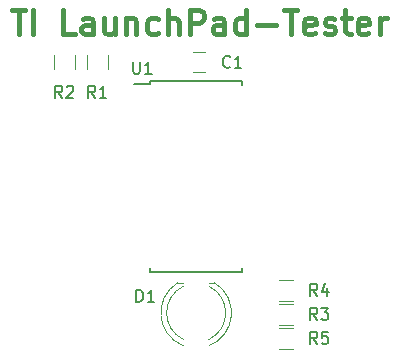
<source format=gbr>
G04 #@! TF.FileFunction,Legend,Top*
%FSLAX46Y46*%
G04 Gerber Fmt 4.6, Leading zero omitted, Abs format (unit mm)*
G04 Created by KiCad (PCBNEW 4.0.7-e2-6376~58~ubuntu16.04.1) date Fri Sep  8 10:58:52 2017*
%MOMM*%
%LPD*%
G01*
G04 APERTURE LIST*
%ADD10C,0.100000*%
%ADD11C,0.381000*%
%ADD12C,0.150000*%
%ADD13C,0.120000*%
G04 APERTURE END LIST*
D10*
D11*
X134245050Y-88803238D02*
X135406193Y-88803238D01*
X134825621Y-90835238D02*
X134825621Y-88803238D01*
X136083526Y-90835238D02*
X136083526Y-88803238D01*
X139566954Y-90835238D02*
X138599335Y-90835238D01*
X138599335Y-88803238D01*
X141115144Y-90835238D02*
X141115144Y-89770857D01*
X141018382Y-89577333D01*
X140824858Y-89480571D01*
X140437810Y-89480571D01*
X140244287Y-89577333D01*
X141115144Y-90738476D02*
X140921620Y-90835238D01*
X140437810Y-90835238D01*
X140244287Y-90738476D01*
X140147525Y-90544952D01*
X140147525Y-90351429D01*
X140244287Y-90157905D01*
X140437810Y-90061143D01*
X140921620Y-90061143D01*
X141115144Y-89964381D01*
X142953620Y-89480571D02*
X142953620Y-90835238D01*
X142082763Y-89480571D02*
X142082763Y-90544952D01*
X142179524Y-90738476D01*
X142373048Y-90835238D01*
X142663334Y-90835238D01*
X142856858Y-90738476D01*
X142953620Y-90641714D01*
X143921239Y-89480571D02*
X143921239Y-90835238D01*
X143921239Y-89674095D02*
X144018000Y-89577333D01*
X144211524Y-89480571D01*
X144501810Y-89480571D01*
X144695334Y-89577333D01*
X144792096Y-89770857D01*
X144792096Y-90835238D01*
X146630572Y-90738476D02*
X146437048Y-90835238D01*
X146050000Y-90835238D01*
X145856476Y-90738476D01*
X145759715Y-90641714D01*
X145662953Y-90448190D01*
X145662953Y-89867619D01*
X145759715Y-89674095D01*
X145856476Y-89577333D01*
X146050000Y-89480571D01*
X146437048Y-89480571D01*
X146630572Y-89577333D01*
X147501429Y-90835238D02*
X147501429Y-88803238D01*
X148372286Y-90835238D02*
X148372286Y-89770857D01*
X148275524Y-89577333D01*
X148082000Y-89480571D01*
X147791714Y-89480571D01*
X147598190Y-89577333D01*
X147501429Y-89674095D01*
X149339905Y-90835238D02*
X149339905Y-88803238D01*
X150114000Y-88803238D01*
X150307524Y-88900000D01*
X150404285Y-88996762D01*
X150501047Y-89190286D01*
X150501047Y-89480571D01*
X150404285Y-89674095D01*
X150307524Y-89770857D01*
X150114000Y-89867619D01*
X149339905Y-89867619D01*
X152242762Y-90835238D02*
X152242762Y-89770857D01*
X152146000Y-89577333D01*
X151952476Y-89480571D01*
X151565428Y-89480571D01*
X151371905Y-89577333D01*
X152242762Y-90738476D02*
X152049238Y-90835238D01*
X151565428Y-90835238D01*
X151371905Y-90738476D01*
X151275143Y-90544952D01*
X151275143Y-90351429D01*
X151371905Y-90157905D01*
X151565428Y-90061143D01*
X152049238Y-90061143D01*
X152242762Y-89964381D01*
X154081238Y-90835238D02*
X154081238Y-88803238D01*
X154081238Y-90738476D02*
X153887714Y-90835238D01*
X153500666Y-90835238D01*
X153307142Y-90738476D01*
X153210381Y-90641714D01*
X153113619Y-90448190D01*
X153113619Y-89867619D01*
X153210381Y-89674095D01*
X153307142Y-89577333D01*
X153500666Y-89480571D01*
X153887714Y-89480571D01*
X154081238Y-89577333D01*
X155048857Y-90061143D02*
X156597047Y-90061143D01*
X157274381Y-88803238D02*
X158435524Y-88803238D01*
X157854952Y-90835238D02*
X157854952Y-88803238D01*
X159886952Y-90738476D02*
X159693428Y-90835238D01*
X159306380Y-90835238D01*
X159112857Y-90738476D01*
X159016095Y-90544952D01*
X159016095Y-89770857D01*
X159112857Y-89577333D01*
X159306380Y-89480571D01*
X159693428Y-89480571D01*
X159886952Y-89577333D01*
X159983714Y-89770857D01*
X159983714Y-89964381D01*
X159016095Y-90157905D01*
X160757809Y-90738476D02*
X160951332Y-90835238D01*
X161338380Y-90835238D01*
X161531904Y-90738476D01*
X161628666Y-90544952D01*
X161628666Y-90448190D01*
X161531904Y-90254667D01*
X161338380Y-90157905D01*
X161048094Y-90157905D01*
X160854571Y-90061143D01*
X160757809Y-89867619D01*
X160757809Y-89770857D01*
X160854571Y-89577333D01*
X161048094Y-89480571D01*
X161338380Y-89480571D01*
X161531904Y-89577333D01*
X162209237Y-89480571D02*
X162983332Y-89480571D01*
X162499523Y-88803238D02*
X162499523Y-90544952D01*
X162596284Y-90738476D01*
X162789808Y-90835238D01*
X162983332Y-90835238D01*
X164434761Y-90738476D02*
X164241237Y-90835238D01*
X163854189Y-90835238D01*
X163660666Y-90738476D01*
X163563904Y-90544952D01*
X163563904Y-89770857D01*
X163660666Y-89577333D01*
X163854189Y-89480571D01*
X164241237Y-89480571D01*
X164434761Y-89577333D01*
X164531523Y-89770857D01*
X164531523Y-89964381D01*
X163563904Y-90157905D01*
X165402380Y-90835238D02*
X165402380Y-89480571D01*
X165402380Y-89867619D02*
X165499141Y-89674095D01*
X165595903Y-89577333D01*
X165789427Y-89480571D01*
X165982951Y-89480571D01*
D12*
X145985000Y-94795000D02*
X145985000Y-95045000D01*
X153735000Y-94795000D02*
X153735000Y-95142500D01*
X153735000Y-110945000D02*
X153735000Y-110597500D01*
X145985000Y-110945000D02*
X145985000Y-110597500D01*
X145985000Y-94795000D02*
X153735000Y-94795000D01*
X145985000Y-110945000D02*
X153735000Y-110945000D01*
X145985000Y-95045000D02*
X144560000Y-95045000D01*
D13*
X149614000Y-94068000D02*
X150614000Y-94068000D01*
X150614000Y-92368000D02*
X149614000Y-92368000D01*
X150940827Y-117214815D02*
G75*
G03X151404830Y-111867000I-1080827J2787815D01*
G01*
X148779173Y-117214815D02*
G75*
G02X148315170Y-111867000I1080827J2787815D01*
G01*
X150940429Y-116681479D02*
G75*
G03X150940000Y-112172316I-1080429J2254479D01*
G01*
X148779571Y-116681479D02*
G75*
G02X148780000Y-112172316I1080429J2254479D01*
G01*
X151405000Y-111867000D02*
X150940000Y-111867000D01*
X148780000Y-111867000D02*
X148315000Y-111867000D01*
X140598000Y-93818000D02*
X140598000Y-92618000D01*
X142358000Y-92618000D02*
X142358000Y-93818000D01*
X137804000Y-93818000D02*
X137804000Y-92618000D01*
X139564000Y-92618000D02*
X139564000Y-93818000D01*
X158080000Y-115434000D02*
X156880000Y-115434000D01*
X156880000Y-113674000D02*
X158080000Y-113674000D01*
X158080000Y-113402000D02*
X156880000Y-113402000D01*
X156880000Y-111642000D02*
X158080000Y-111642000D01*
X158080000Y-117466000D02*
X156880000Y-117466000D01*
X156880000Y-115706000D02*
X158080000Y-115706000D01*
D12*
X144526095Y-93178381D02*
X144526095Y-93987905D01*
X144573714Y-94083143D01*
X144621333Y-94130762D01*
X144716571Y-94178381D01*
X144907048Y-94178381D01*
X145002286Y-94130762D01*
X145049905Y-94083143D01*
X145097524Y-93987905D01*
X145097524Y-93178381D01*
X146097524Y-94178381D02*
X145526095Y-94178381D01*
X145811809Y-94178381D02*
X145811809Y-93178381D01*
X145716571Y-93321238D01*
X145621333Y-93416476D01*
X145526095Y-93464095D01*
X152741334Y-93575143D02*
X152693715Y-93622762D01*
X152550858Y-93670381D01*
X152455620Y-93670381D01*
X152312762Y-93622762D01*
X152217524Y-93527524D01*
X152169905Y-93432286D01*
X152122286Y-93241810D01*
X152122286Y-93098952D01*
X152169905Y-92908476D01*
X152217524Y-92813238D01*
X152312762Y-92718000D01*
X152455620Y-92670381D01*
X152550858Y-92670381D01*
X152693715Y-92718000D01*
X152741334Y-92765619D01*
X153693715Y-93670381D02*
X153122286Y-93670381D01*
X153408000Y-93670381D02*
X153408000Y-92670381D01*
X153312762Y-92813238D01*
X153217524Y-92908476D01*
X153122286Y-92956095D01*
X144803905Y-113482381D02*
X144803905Y-112482381D01*
X145042000Y-112482381D01*
X145184858Y-112530000D01*
X145280096Y-112625238D01*
X145327715Y-112720476D01*
X145375334Y-112910952D01*
X145375334Y-113053810D01*
X145327715Y-113244286D01*
X145280096Y-113339524D01*
X145184858Y-113434762D01*
X145042000Y-113482381D01*
X144803905Y-113482381D01*
X146327715Y-113482381D02*
X145756286Y-113482381D01*
X146042000Y-113482381D02*
X146042000Y-112482381D01*
X145946762Y-112625238D01*
X145851524Y-112720476D01*
X145756286Y-112768095D01*
X141311334Y-96210381D02*
X140978000Y-95734190D01*
X140739905Y-96210381D02*
X140739905Y-95210381D01*
X141120858Y-95210381D01*
X141216096Y-95258000D01*
X141263715Y-95305619D01*
X141311334Y-95400857D01*
X141311334Y-95543714D01*
X141263715Y-95638952D01*
X141216096Y-95686571D01*
X141120858Y-95734190D01*
X140739905Y-95734190D01*
X142263715Y-96210381D02*
X141692286Y-96210381D01*
X141978000Y-96210381D02*
X141978000Y-95210381D01*
X141882762Y-95353238D01*
X141787524Y-95448476D01*
X141692286Y-95496095D01*
X138517334Y-96210381D02*
X138184000Y-95734190D01*
X137945905Y-96210381D02*
X137945905Y-95210381D01*
X138326858Y-95210381D01*
X138422096Y-95258000D01*
X138469715Y-95305619D01*
X138517334Y-95400857D01*
X138517334Y-95543714D01*
X138469715Y-95638952D01*
X138422096Y-95686571D01*
X138326858Y-95734190D01*
X137945905Y-95734190D01*
X138898286Y-95305619D02*
X138945905Y-95258000D01*
X139041143Y-95210381D01*
X139279239Y-95210381D01*
X139374477Y-95258000D01*
X139422096Y-95305619D01*
X139469715Y-95400857D01*
X139469715Y-95496095D01*
X139422096Y-95638952D01*
X138850667Y-96210381D01*
X139469715Y-96210381D01*
X160107334Y-115006381D02*
X159774000Y-114530190D01*
X159535905Y-115006381D02*
X159535905Y-114006381D01*
X159916858Y-114006381D01*
X160012096Y-114054000D01*
X160059715Y-114101619D01*
X160107334Y-114196857D01*
X160107334Y-114339714D01*
X160059715Y-114434952D01*
X160012096Y-114482571D01*
X159916858Y-114530190D01*
X159535905Y-114530190D01*
X160440667Y-114006381D02*
X161059715Y-114006381D01*
X160726381Y-114387333D01*
X160869239Y-114387333D01*
X160964477Y-114434952D01*
X161012096Y-114482571D01*
X161059715Y-114577810D01*
X161059715Y-114815905D01*
X161012096Y-114911143D01*
X160964477Y-114958762D01*
X160869239Y-115006381D01*
X160583524Y-115006381D01*
X160488286Y-114958762D01*
X160440667Y-114911143D01*
X160107334Y-112974381D02*
X159774000Y-112498190D01*
X159535905Y-112974381D02*
X159535905Y-111974381D01*
X159916858Y-111974381D01*
X160012096Y-112022000D01*
X160059715Y-112069619D01*
X160107334Y-112164857D01*
X160107334Y-112307714D01*
X160059715Y-112402952D01*
X160012096Y-112450571D01*
X159916858Y-112498190D01*
X159535905Y-112498190D01*
X160964477Y-112307714D02*
X160964477Y-112974381D01*
X160726381Y-111926762D02*
X160488286Y-112641048D01*
X161107334Y-112641048D01*
X160107334Y-117038381D02*
X159774000Y-116562190D01*
X159535905Y-117038381D02*
X159535905Y-116038381D01*
X159916858Y-116038381D01*
X160012096Y-116086000D01*
X160059715Y-116133619D01*
X160107334Y-116228857D01*
X160107334Y-116371714D01*
X160059715Y-116466952D01*
X160012096Y-116514571D01*
X159916858Y-116562190D01*
X159535905Y-116562190D01*
X161012096Y-116038381D02*
X160535905Y-116038381D01*
X160488286Y-116514571D01*
X160535905Y-116466952D01*
X160631143Y-116419333D01*
X160869239Y-116419333D01*
X160964477Y-116466952D01*
X161012096Y-116514571D01*
X161059715Y-116609810D01*
X161059715Y-116847905D01*
X161012096Y-116943143D01*
X160964477Y-116990762D01*
X160869239Y-117038381D01*
X160631143Y-117038381D01*
X160535905Y-116990762D01*
X160488286Y-116943143D01*
M02*

</source>
